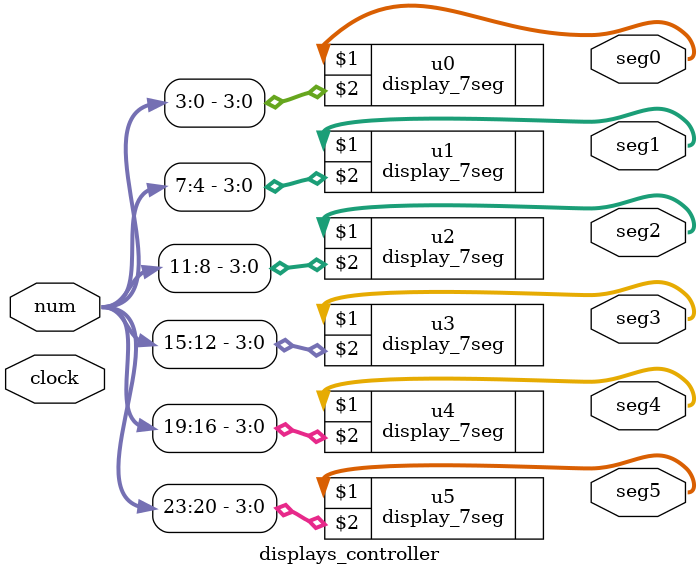
<source format=v>
module displays_controller (
										clock,
										seg0,
										seg1,
										seg2,
										seg3,
										seg4,
										seg5,
										num );
//input	[15:0]	num;

input clock;
input	[23:0]	num;

//output	[6:0]	seg0,seg1,seg2,seg3;
output	[6:0]	seg0,seg1,seg2,seg3,seg4,seg5;

display_7seg	u0	(	seg0,num[3:0]		);
display_7seg	u1	(	seg1,num[7:4]		);
display_7seg	u2	(	seg2,num[11:8]	);
display_7seg 	u3	(	seg3,num[15:12]	);
display_7seg	u4	(	seg4,num[19:16]	);
display_7seg	u5	(	seg5,num[23:20]	);



endmodule

</source>
